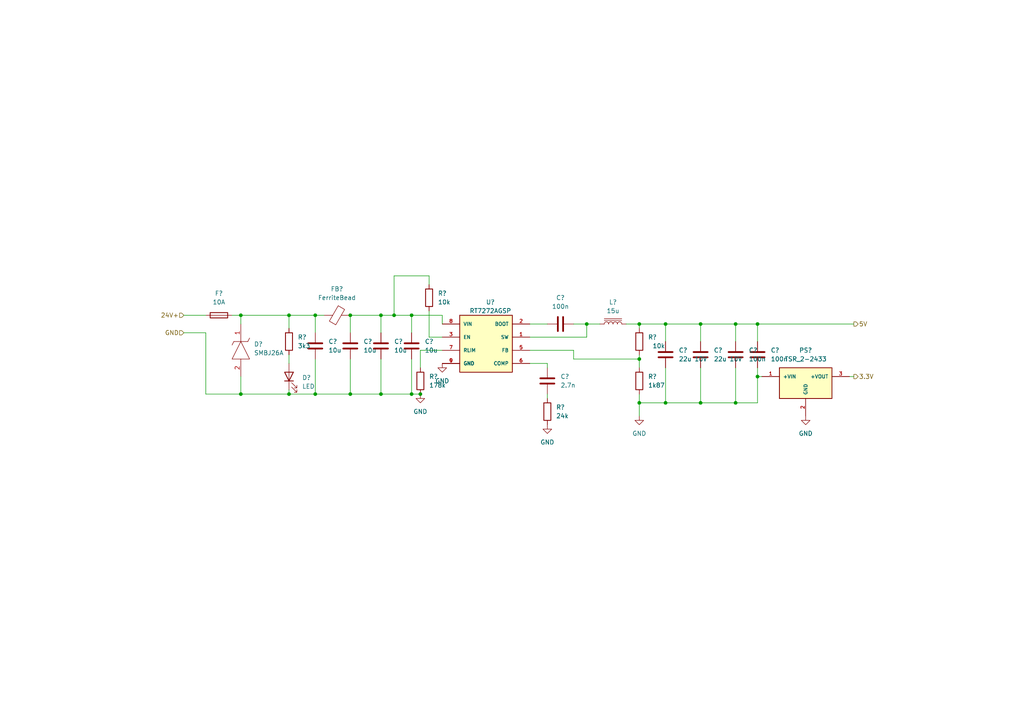
<source format=kicad_sch>
(kicad_sch (version 20211123) (generator eeschema)
  (paper "A4")
  (lib_symbols
    (symbol "Device:C" (pin_numbers hide) (pin_names (offset 0.254))
      (property "Reference" "C" (at 0.635 2.54 0))
      (property "Value" "C" (at 0.635 -2.54 0))
      (symbol "C_0_1"
        (polyline (pts (xy -2.032 -0.762) (xy 2.032 -0.762)) (stroke (width 0.508)))
        (polyline (pts (xy -2.032 0.762) (xy 2.032 0.762)) (stroke (width 0.508)))
      )
      (symbol "C_1_1"
        (pin passive line (at 0 3.81 270) (length 2.794) (name "~") (number "1"))
        (pin passive line (at 0 -3.81 90) (length 2.794) (name "~") (number "2"))
      )
    )
    (symbol "Device:FerriteBead" (pin_numbers hide) (pin_names (offset 0))
      (property "Reference" "FB" (at -3.81 0.635 90))
      (property "Value" "FerriteBead" (at 3.81 0 90))
      (symbol "FerriteBead_0_1"
        (polyline (pts (xy 0 -1.27) (xy 0 -1.2192)))
        (polyline (pts (xy 0 1.27) (xy 0 1.2954)))
        (polyline (pts (xy -2.7686 0.4064) (xy -1.7018 2.2606) (xy 2.7686 -0.3048) (xy 1.6764 -2.159) (xy -2.7686 0.4064)))
      )
      (symbol "FerriteBead_1_1"
        (pin passive line (at 0 3.81 270) (length 2.54) (name "~") (number "1"))
        (pin passive line (at 0 -3.81 90) (length 2.54) (name "~") (number "2"))
      )
    )
    (symbol "Device:Fuse" (pin_numbers hide) (pin_names (offset 0))
      (property "Reference" "F" (at 2.032 0 90))
      (property "Value" "Fuse" (at -1.905 0 90))
      (symbol "Fuse_0_1"
        (rectangle (start -0.762 -2.54) (end 0.762 2.54) (stroke (width 0.254)))
        (polyline (pts (xy 0 2.54) (xy 0 -2.54)))
      )
      (symbol "Fuse_1_1"
        (pin passive line (at 0 3.81 270) (length 1.27) (name "~") (number "1"))
        (pin passive line (at 0 -3.81 90) (length 1.27) (name "~") (number "2"))
      )
    )
    (symbol "Device:LED" (pin_numbers hide) (pin_names (offset 1.016) hide)
      (property "Reference" "D" (at 0 2.54 0))
      (property "Value" "LED" (at 0 -2.54 0))
      (symbol "LED_0_1"
        (polyline (pts (xy -1.27 -1.27) (xy -1.27 1.27)) (stroke (width 0.254)))
        (polyline (pts (xy -1.27 0) (xy 1.27 0)))
        (polyline (pts (xy 1.27 -1.27) (xy 1.27 1.27) (xy -1.27 0) (xy 1.27 -1.27)) (stroke (width 0.254)))
        (polyline (pts (xy -3.048 -0.762) (xy -4.572 -2.286) (xy -3.81 -2.286) (xy -4.572 -2.286) (xy -4.572 -1.524)))
        (polyline (pts (xy -1.778 -0.762) (xy -3.302 -2.286) (xy -2.54 -2.286) (xy -3.302 -2.286) (xy -3.302 -1.524)))
      )
      (symbol "LED_1_1"
        (pin passive line (at -3.81 0 0) (length 2.54) (name "K") (number "1"))
        (pin passive line (at 3.81 0 180) (length 2.54) (name "A") (number "2"))
      )
    )
    (symbol "Device:L_Iron" (pin_numbers hide) (pin_names (offset 1.016) hide)
      (property "Reference" "L" (at -1.27 0 90))
      (property "Value" "L_Iron" (at 2.794 0 90))
      (symbol "L_Iron_0_1"
        (arc (start 0 -2.54) (mid 0.635 -1.905) (end 0 -1.27))
        (arc (start 0 -1.27) (mid 0.635 -0.635) (end 0 0))
        (polyline (pts (xy 1.016 2.54) (xy 1.016 -2.54)))
        (polyline (pts (xy 1.524 -2.54) (xy 1.524 2.54)))
        (arc (start 0 0) (mid 0.635 0.635) (end 0 1.27))
        (arc (start 0 1.27) (mid 0.635 1.905) (end 0 2.54))
      )
      (symbol "L_Iron_1_1"
        (pin passive line (at 0 3.81 270) (length 1.27) (name "1") (number "1"))
        (pin passive line (at 0 -3.81 90) (length 1.27) (name "2") (number "2"))
      )
    )
    (symbol "Device:R" (pin_numbers hide) (pin_names (offset 0))
      (property "Reference" "R" (at 2.032 0 90))
      (property "Value" "R" (at 0 0 90))
      (symbol "R_0_1"
        (rectangle (start -1.016 -2.54) (end 1.016 2.54) (stroke (width 0.254)))
      )
      (symbol "R_1_1"
        (pin passive line (at 0 3.81 270) (length 1.27) (name "~") (number "1"))
        (pin passive line (at 0 -3.81 90) (length 1.27) (name "~") (number "2"))
      )
    )
    (symbol "RT7272AGSP:RT7272AGSP" (pin_names (offset 1.016))
      (property "Reference" "U?" (at 0 13.97 0))
      (property "Value" "RT7272AGSP" (at 0 11.43 0))
      (symbol "RT7272AGSP_0_0"
        (rectangle (start -8.89 10.16) (end 6.35 -6.35) (stroke (width 0.254)) (fill (type background)))
        (pin output line (at 11.43 3.81 180) (length 5.08) (name "SW") (number "1"))
        (pin input line (at 11.43 7.62 180) (length 5.08) (name "BOOT") (number "2"))
        (pin input line (at -13.97 3.81 0) (length 5.08) (name "EN") (number "3"))
        (pin power_in line (at -13.97 -3.81 0) (length 5.08) (name "GND") (number "4"))
        (pin input line (at 11.43 0 180) (length 5.08) (name "FB") (number "5"))
        (pin passive line (at 11.43 -3.81 180) (length 5.08) (name "COMP") (number "6"))
        (pin passive line (at -13.97 0 0) (length 5.08) (name "RLIM") (number "7"))
        (pin input line (at -13.97 7.62 0) (length 5.08) (name "VIN") (number "8"))
        (pin power_in line (at -13.97 -3.81 0) (length 5.08) (name "GND") (number "9"))
      )
    )
    (symbol "SamacSys_Parts:SMBJ26A" (pin_names (offset 0.762))
      (property "Reference" "D" (at 10.16 8.89 0))
      (property "Value" "SMBJ26A" (at 10.16 6.35 0))
      (symbol "SMBJ26A_0_0"
        (pin passive line (at 0 0 0) (length 5.08) (name "~") (number "1"))
        (pin passive line (at 15.24 0 180) (length 5.08) (name "~") (number "2"))
      )
      (symbol "SMBJ26A_0_1"
        (polyline (pts (xy 4.064 2.54) (xy 5.08 2.032)) (stroke (width 0.1524)))
        (polyline (pts (xy 5.08 -2.032) (xy 5.08 2.032)) (stroke (width 0.1524)))
        (polyline (pts (xy 5.08 -2.032) (xy 6.096 -2.54)) (stroke (width 0.1524)))
        (polyline (pts (xy 5.08 0) (xy 10.16 2.54) (xy 10.16 -2.54) (xy 5.08 0)) (stroke (width 0.1524)))
      )
    )
    (symbol "TSR_2-2433:TSR_2-2433" (pin_names (offset 1.016))
      (property "Reference" "PS?" (at 0 10.16 0))
      (property "Value" "TSR_2-2433" (at 0 7.62 0))
      (symbol "TSR_2-2433_0_0"
        (rectangle (start -7.62 5.08) (end 7.62 -3.81) (stroke (width 0.254)) (fill (type background)))
        (pin input line (at -12.7 2.54 0) (length 5.08) (name "+VIN") (number "1"))
        (pin power_in line (at 0 -8.89 90) (length 5.08) (name "GND") (number "2"))
        (pin output line (at 12.7 2.54 180) (length 5.08) (name "+VOUT") (number "3"))
      )
    )
    (symbol "power:GND" (power) (pin_names (offset 0))
      (property "Value" "GND" (at 0 -3.81 0))
      (symbol "GND_0_1"
        (polyline (pts (xy 0 0) (xy 0 -1.27) (xy 1.27 -1.27) (xy 0 -2.54) (xy -1.27 -1.27) (xy 0 -1.27)))
      )
      (symbol "GND_1_1"
        (pin power_in line (at 0 0 270) (length 0) hide (name "GND") (number "1"))
      )
    )
  )
  (junction (at 101.6 91.44))
  (junction (at 121.92 114.3))
  (junction (at 114.3 91.44))
  (junction (at 83.82 114.3))
  (junction (at 185.42 104.14))
  (junction (at 91.44 114.3))
  (junction (at 170.18 93.98))
  (junction (at 83.82 91.44))
  (junction (at 69.85 91.44))
  (junction (at 219.71 109.22))
  (junction (at 193.04 116.84))
  (junction (at 219.71 93.98))
  (junction (at 185.42 93.98))
  (junction (at 110.49 91.44))
  (junction (at 119.38 114.3))
  (junction (at 119.38 91.44))
  (junction (at 203.2 116.84))
  (junction (at 101.6 114.3))
  (junction (at 69.85 114.3))
  (junction (at 203.2 93.98))
  (junction (at 91.44 91.44))
  (junction (at 185.42 116.84))
  (junction (at 193.04 93.98))
  (junction (at 213.36 93.98))
  (junction (at 110.49 114.3))
  (junction (at 213.36 116.84))
  (wire (pts (xy 166.37 93.98) (xy 170.18 93.98)))
  (wire (pts (xy 158.75 106.68) (xy 158.75 105.41)))
  (wire (pts (xy 91.44 96.52) (xy 91.44 91.44)))
  (wire (pts (xy 124.46 97.79) (xy 128.27 97.79)))
  (wire (pts (xy 158.75 114.3) (xy 158.75 115.57)))
  (wire (pts (xy 91.44 91.44) (xy 83.82 91.44)))
  (wire (pts (xy 119.38 96.52) (xy 119.38 91.44)))
  (wire (pts (xy 59.69 114.3) (xy 69.85 114.3)))
  (wire (pts (xy 185.42 95.25) (xy 185.42 93.98)))
  (wire (pts (xy 83.82 114.3) (xy 91.44 114.3)))
  (wire (pts (xy 83.82 95.25) (xy 83.82 91.44)))
  (wire (pts (xy 219.71 106.68) (xy 219.71 109.22)))
  (wire (pts (xy 185.42 93.98) (xy 181.61 93.98)))
  (wire (pts (xy 219.71 116.84) (xy 213.36 116.84)))
  (wire (pts (xy 166.37 104.14) (xy 185.42 104.14)))
  (wire (pts (xy 166.37 101.6) (xy 166.37 104.14)))
  (wire (pts (xy 110.49 96.52) (xy 110.49 91.44)))
  (wire (pts (xy 59.69 96.52) (xy 59.69 114.3)))
  (wire (pts (xy 83.82 113.03) (xy 83.82 114.3)))
  (wire (pts (xy 213.36 93.98) (xy 203.2 93.98)))
  (wire (pts (xy 247.65 109.22) (xy 246.38 109.22)))
  (wire (pts (xy 128.27 93.98) (xy 128.27 91.44)))
  (wire (pts (xy 69.85 114.3) (xy 83.82 114.3)))
  (wire (pts (xy 110.49 114.3) (xy 119.38 114.3)))
  (wire (pts (xy 153.67 97.79) (xy 170.18 97.79)))
  (wire (pts (xy 185.42 93.98) (xy 193.04 93.98)))
  (wire (pts (xy 219.71 93.98) (xy 247.65 93.98)))
  (wire (pts (xy 170.18 97.79) (xy 170.18 93.98)))
  (wire (pts (xy 91.44 114.3) (xy 101.6 114.3)))
  (wire (pts (xy 185.42 120.65) (xy 185.42 116.84)))
  (wire (pts (xy 53.34 96.52) (xy 59.69 96.52)))
  (wire (pts (xy 158.75 105.41) (xy 153.67 105.41)))
  (wire (pts (xy 119.38 104.14) (xy 119.38 114.3)))
  (wire (pts (xy 153.67 93.98) (xy 158.75 93.98)))
  (wire (pts (xy 193.04 106.68) (xy 193.04 116.84)))
  (wire (pts (xy 124.46 90.17) (xy 124.46 97.79)))
  (wire (pts (xy 91.44 91.44) (xy 93.98 91.44)))
  (wire (pts (xy 67.31 91.44) (xy 69.85 91.44)))
  (wire (pts (xy 185.42 104.14) (xy 185.42 102.87)))
  (wire (pts (xy 119.38 114.3) (xy 121.92 114.3)))
  (wire (pts (xy 213.36 93.98) (xy 219.71 93.98)))
  (wire (pts (xy 91.44 104.14) (xy 91.44 114.3)))
  (wire (pts (xy 121.92 101.6) (xy 121.92 106.68)))
  (wire (pts (xy 213.36 106.68) (xy 213.36 116.84)))
  (wire (pts (xy 193.04 116.84) (xy 203.2 116.84)))
  (wire (pts (xy 185.42 116.84) (xy 185.42 114.3)))
  (wire (pts (xy 170.18 93.98) (xy 173.99 93.98)))
  (wire (pts (xy 213.36 99.06) (xy 213.36 93.98)))
  (wire (pts (xy 101.6 91.44) (xy 101.6 96.52)))
  (wire (pts (xy 83.82 91.44) (xy 69.85 91.44)))
  (wire (pts (xy 219.71 93.98) (xy 219.71 99.06)))
  (wire (pts (xy 101.6 114.3) (xy 110.49 114.3)))
  (wire (pts (xy 193.04 99.06) (xy 193.04 93.98)))
  (wire (pts (xy 110.49 91.44) (xy 101.6 91.44)))
  (wire (pts (xy 185.42 116.84) (xy 193.04 116.84)))
  (wire (pts (xy 219.71 109.22) (xy 220.98 109.22)))
  (wire (pts (xy 124.46 82.55) (xy 124.46 80.01)))
  (wire (pts (xy 101.6 104.14) (xy 101.6 114.3)))
  (wire (pts (xy 114.3 80.01) (xy 114.3 91.44)))
  (wire (pts (xy 110.49 91.44) (xy 114.3 91.44)))
  (wire (pts (xy 110.49 104.14) (xy 110.49 114.3)))
  (wire (pts (xy 203.2 99.06) (xy 203.2 93.98)))
  (wire (pts (xy 128.27 101.6) (xy 121.92 101.6)))
  (wire (pts (xy 203.2 106.68) (xy 203.2 116.84)))
  (wire (pts (xy 69.85 91.44) (xy 69.85 93.98)))
  (wire (pts (xy 124.46 80.01) (xy 114.3 80.01)))
  (wire (pts (xy 219.71 109.22) (xy 219.71 116.84)))
  (wire (pts (xy 153.67 101.6) (xy 166.37 101.6)))
  (wire (pts (xy 114.3 91.44) (xy 119.38 91.44)))
  (wire (pts (xy 203.2 93.98) (xy 193.04 93.98)))
  (wire (pts (xy 185.42 104.14) (xy 185.42 106.68)))
  (wire (pts (xy 83.82 102.87) (xy 83.82 105.41)))
  (wire (pts (xy 53.34 91.44) (xy 59.69 91.44)))
  (wire (pts (xy 69.85 109.22) (xy 69.85 114.3)))
  (wire (pts (xy 128.27 91.44) (xy 119.38 91.44)))
  (wire (pts (xy 203.2 116.84) (xy 213.36 116.84)))
  (hierarchical_label "24V+" (shape input) (at 53.34 91.44 180))
  (hierarchical_label "3.3V" (shape output) (at 247.65 109.22 0))
  (hierarchical_label "5V" (shape output) (at 247.65 93.98 0))
  (hierarchical_label "GND" (shape input) (at 53.34 96.52 180))
  (symbol (lib_id "Device:R") (at 185.42 110.49 0) (unit 1)
    (property "Reference" "R?" (at 187.96 109.2199 0) (effects (justify left)))
    (property "Value" "1k87" (at 187.96 111.7599 0) (effects (justify left)))
  )
  (symbol (lib_id "power:GND") (at 158.75 123.19 0) (unit 1)
    (property "Reference" "#PWR?" (effects hide))
    (property "Value" "GND" (at 158.75 128.27 0))
  )
  (symbol (lib_id "Device:R") (at 83.82 99.06 0) (unit 1)
    (property "Reference" "R?" (at 86.36 97.7899 0) (effects (justify left)))
    (property "Value" "3k3" (at 86.36 100.3299 0) (effects (justify left)))
  )
  (symbol (lib_id "Device:C") (at 110.49 100.33 0) (unit 1)
    (property "Reference" "C?" (at 114.3 99.0599 0) (effects (justify left)))
    (property "Value" "10u" (at 114.3 101.5999 0) (effects (justify left)))
  )
  (symbol (lib_id "Device:C") (at 203.2 102.87 180) (unit 1)
    (property "Reference" "C?" (at 207.01 101.5999 0) (effects (justify right)))
    (property "Value" "22u 10V" (at 207.01 104.1399 0) (effects (justify right)))
  )
  (symbol (lib_id "Device:C") (at 219.71 102.87 0) (mirror y) (unit 1)
    (property "Reference" "C?" (at 223.52 101.5999 0) (effects (justify right)))
    (property "Value" "100n" (at 223.52 104.1399 0) (effects (justify right)))
  )
  (symbol (lib_id "Device:C") (at 193.04 102.87 180) (unit 1)
    (property "Reference" "C?" (at 196.85 101.5999 0) (effects (justify right)))
    (property "Value" "22u 10V" (at 196.85 104.1399 0) (effects (justify right)))
  )
  (symbol (lib_id "Device:R") (at 124.46 86.36 0) (unit 1)
    (property "Reference" "R?" (at 127 85.0899 0) (effects (justify left)))
    (property "Value" "10k" (at 127 87.6299 0) (effects (justify left)))
  )
  (symbol (lib_id "RT7272AGSP:RT7272AGSP") (at 142.24 101.6 0) (unit 1)
    (property "Reference" "U?" (at 142.24 87.63 0))
    (property "Value" "RT7272AGSP" (at 142.24 90.17 0))
    (property "Footprint" "SOIC127P599X175-9N" (effects hide))
    (property "MAXIMUM_PACKAGE_HEIGHT" "1.753 mm" (effects hide))
    (property "STANDARD" "IPC-7351B" (effects hide))
    (property "PARTREV" "June 2015" (effects hide))
    (property "MANUFACTURER" "Richtek USA Inc." (effects hide))
  )
  (symbol (lib_id "Device:R") (at 158.75 119.38 0) (unit 1)
    (property "Reference" "R?" (at 161.29 118.1099 0) (effects (justify left)))
    (property "Value" "24k" (at 161.29 120.6499 0) (effects (justify left)))
  )
  (symbol (lib_id "Device:FerriteBead") (at 97.79 91.44 90) (unit 1)
    (property "Reference" "FB?" (at 97.7392 83.82 90))
    (property "Value" "FerriteBead" (at 97.7392 86.36 90))
  )
  (symbol (lib_id "Device:C") (at 119.38 100.33 0) (unit 1)
    (property "Reference" "C?" (at 123.19 99.0599 0) (effects (justify left)))
    (property "Value" "10u" (at 123.19 101.5999 0) (effects (justify left)))
  )
  (symbol (lib_id "Device:L_Iron") (at 177.8 93.98 90) (unit 1)
    (property "Reference" "L?" (at 177.8 87.63 90))
    (property "Value" "15u" (at 177.8 90.17 90))
  )
  (symbol (lib_id "Device:R") (at 121.92 110.49 0) (unit 1)
    (property "Reference" "R?" (at 124.46 109.2199 0) (effects (justify left)))
    (property "Value" "178k" (at 124.46 111.7599 0) (effects (justify left)))
  )
  (symbol (lib_id "Device:C") (at 213.36 102.87 180) (unit 1)
    (property "Reference" "C?" (at 217.17 101.5999 0) (effects (justify right)))
    (property "Value" "100n" (at 217.17 104.1399 0) (effects (justify right)))
  )
  (symbol (lib_id "power:GND") (at 128.27 105.41 0) (unit 1)
    (property "Reference" "#PWR?" (effects hide))
    (property "Value" "GND" (at 128.27 110.49 0))
  )
  (symbol (lib_id "Device:C") (at 101.6 100.33 0) (unit 1)
    (property "Reference" "C?" (at 105.41 99.0599 0) (effects (justify left)))
    (property "Value" "10u" (at 105.41 101.5999 0) (effects (justify left)))
  )
  (symbol (lib_id "power:GND") (at 233.68 120.65 0) (unit 1)
    (property "Reference" "#PWR?" (effects hide))
    (property "Value" "GND" (at 233.68 125.73 0))
  )
  (symbol (lib_id "Device:LED") (at 83.82 109.22 90) (unit 1)
    (property "Reference" "D?" (at 87.63 109.5374 90) (effects (justify right)))
    (property "Value" "LED" (at 87.63 112.0774 90) (effects (justify right)))
  )
  (symbol (lib_id "SamacSys_Parts:SMBJ26A") (at 69.85 93.98 270) (unit 1)
    (property "Reference" "D?" (at 73.66 99.8219 90) (effects (justify left)))
    (property "Value" "SMBJ26A" (at 73.66 102.3619 90) (effects (justify left)))
    (property "Footprint" "DIOM5436X244N" (effects hide))
    (property "Datasheet" "https://www.bourns.com/docs/product-datasheets/smbj.pdf?sfvrsn=34552159_17" (effects hide))
    (property "Description" "TVS Diode Single Uni-Dir 26V 600W 2-Pin SMB T/R" (effects hide))
    (property "Height" "2.44" (effects hide))
    (property "Mouser Part Number" "652-SMBJ26A" (effects hide))
    (property "Mouser Price/Stock" "https://www.mouser.co.uk/ProductDetail/Bourns/SMBJ26A?qs=%252Bf8Cd6aE5bzyuNXx4QjGJA%3D%3D" (effects hide))
    (property "Manufacturer_Name" "Bourns" (effects hide))
    (property "Manufacturer_Part_Number" "SMBJ26A" (effects hide))
  )
  (symbol (lib_id "power:GND") (at 185.42 120.65 0) (unit 1)
    (property "Reference" "#PWR?" (effects hide))
    (property "Value" "GND" (at 185.42 125.73 0))
  )
  (symbol (lib_id "Device:Fuse") (at 63.5 91.44 90) (unit 1)
    (property "Reference" "F?" (at 63.5 85.09 90))
    (property "Value" "10A" (at 63.5 87.63 90))
  )
  (symbol (lib_id "Device:C") (at 91.44 100.33 0) (unit 1)
    (property "Reference" "C?" (at 95.25 99.0599 0) (effects (justify left)))
    (property "Value" "10u" (at 95.25 101.5999 0) (effects (justify left)))
  )
  (symbol (lib_id "TSR_2-2433:TSR_2-2433") (at 233.68 111.76 0) (unit 1)
    (property "Reference" "PS?" (at 233.68 101.6 0))
    (property "Value" "TSR_2-2433" (at 233.68 104.14 0))
    (property "Footprint" "CONV_TSR_2-2433" (effects hide))
    (property "STANDARD" "Manufacturer Recommendations" (effects hide))
    (property "MAXIMUM_PACKAGE_HEIGHT" "10.6mm" (effects hide))
    (property "PARTREV" "May 14, 2020" (effects hide))
    (property "MANUFACTURER" "Traco Power" (effects hide))
  )
  (symbol (lib_id "Device:R") (at 185.42 99.06 0) (unit 1)
    (property "Reference" "R?" (at 187.96 97.7899 0) (effects (justify left)))
    (property "Value" "10k" (at 189.23 100.3299 0) (effects (justify left)))
  )
  (symbol (lib_id "Device:C") (at 158.75 110.49 180) (unit 1)
    (property "Reference" "C?" (at 162.56 109.2199 0) (effects (justify right)))
    (property "Value" "2.7n" (at 162.56 111.7599 0) (effects (justify right)))
  )
  (symbol (lib_id "power:GND") (at 121.92 114.3 0) (unit 1)
    (property "Reference" "#PWR?" (effects hide))
    (property "Value" "GND" (at 121.92 119.38 0))
  )
  (symbol (lib_id "Device:C") (at 162.56 93.98 90) (unit 1)
    (property "Reference" "C?" (at 162.56 86.36 90))
    (property "Value" "100n" (at 162.56 88.9 90))
  )
)
</source>
